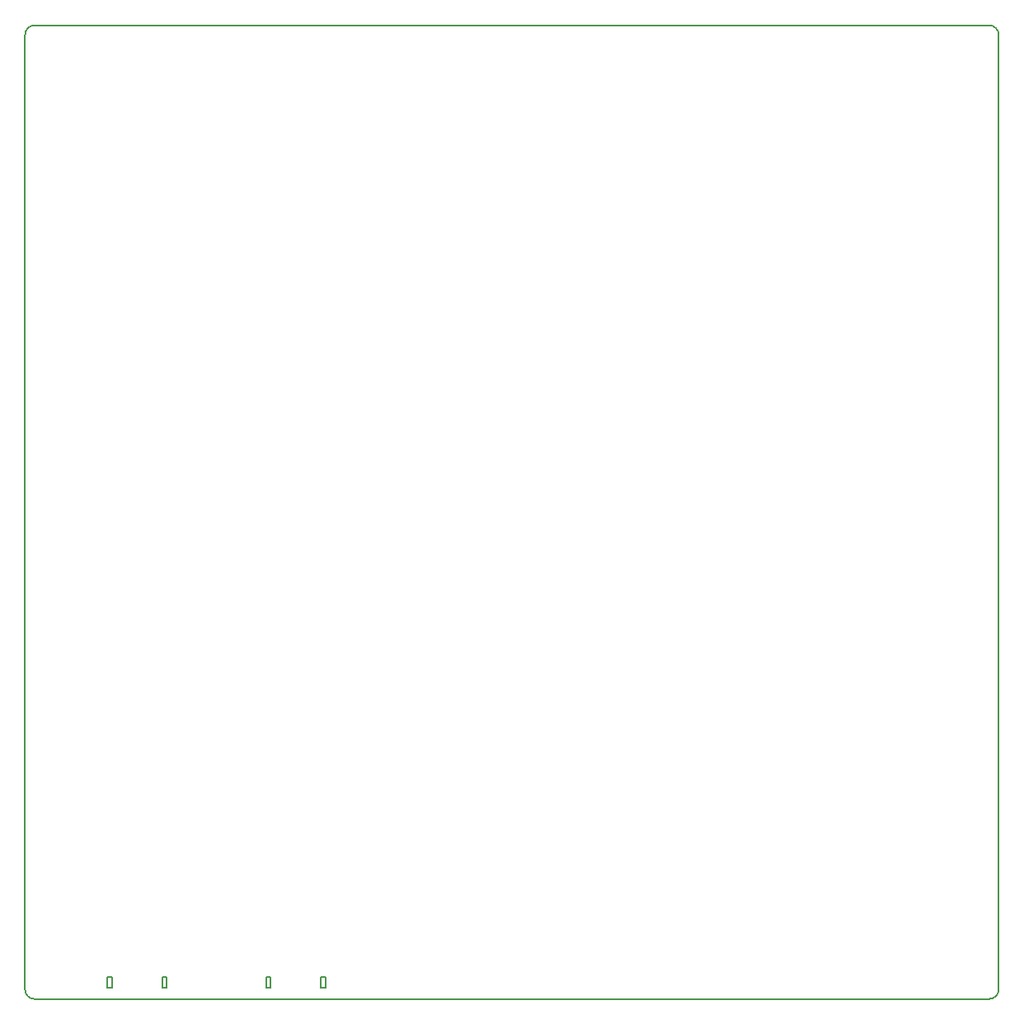
<source format=gko>
G04 Layer_Color=16711935*
%FSLAX24Y24*%
%MOIN*%
G70*
G01*
G75*
%ADD10C,0.0050*%
D10*
X394Y39370D02*
G03*
X0Y38976I0J-394D01*
G01*
X39370D02*
G03*
X38976Y39370I-394J0D01*
G01*
Y0D02*
G03*
X39370Y394I0J394D01*
G01*
X0D02*
G03*
X394Y0I394J0D01*
G01*
Y39370D02*
X38976D01*
X39370Y394D02*
Y38976D01*
X0Y394D02*
Y38976D01*
X394Y0D02*
X38976D01*
X3326Y456D02*
X3506D01*
X3326Y896D02*
X3506D01*
X3326Y456D02*
Y896D01*
X3506Y456D02*
Y896D01*
X5550Y456D02*
X5730D01*
X5550Y896D02*
X5730D01*
X5550Y456D02*
Y896D01*
X5730Y456D02*
Y896D01*
X9740Y456D02*
X9920D01*
X9740Y896D02*
X9920D01*
X9740Y456D02*
Y896D01*
X9920Y456D02*
Y896D01*
X11964Y456D02*
X12144D01*
X11964Y896D02*
X12144D01*
X11964Y456D02*
Y896D01*
X12144Y456D02*
Y896D01*
M02*

</source>
